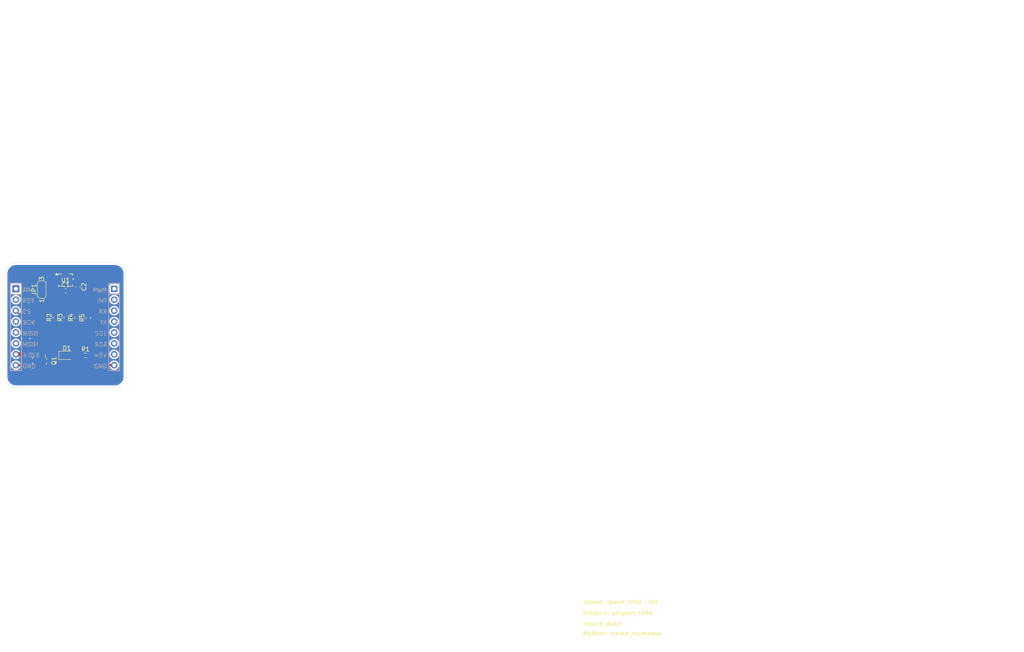
<source format=kicad_pcb>
(kicad_pcb (version 20241229) (generator "pcbnew") (generator_version "9.0")
  (title_block (title "insert_sheet_title") (date "insert_date") (rev "0") (company "University of Cape Town") (comment 1 "Project: project_title") (comment 2 "Author: name_surname"))
  (layers (0 "F.Cu" signal) (2 "B.Cu" signal) (13 "F.Paste" user) (15 "B.Paste" user) (5 "F.SilkS" user "F.Silkscreen") (7 "B.SilkS" user "B.Silkscreen") (1 "F.Mask" user) (3 "B.Mask" user) (25 "Edge.Cuts" user))
  (net 0 "")
  (net 1 "GND1")
  (net 2 "+3V3")
  (net 3 "Net-(D1-A)")
  (net 4 "/SA0")
  (net 5 "/IMU_EN")
  (net 6 "GND")
  (net 7 "/INT_2")
  (net 8 "/INT_1")
  (net 9 "/I2CS_SDA")
  (net 11 "/I2CS_SCL")
  (footprint "Jumper:SolderJumper-3_P1.3mm_Open_RoundedPad1.0x1.5mm_NumberLabels" (layer "F.Cu") (at 128.4752 77.21 90)
    (property "Reference" "JP1" (at 0 -1.8 90) (layer "F.SilkS"))
    (property "Value" "SolderJumper_3_Open" (hide yes))
    (fp_line (start -1.4 -1) (end 1.4 -1) (stroke (width 0.12)) (layer "F.SilkS"))
    (fp_line (start 2.05 -0.3) (end 2.05 0.3) (stroke (width 0.12)) (layer "F.SilkS"))
    (fp_line (start -2.05 0.3) (end -2.05 -0.3) (stroke (width 0.12)) (layer "F.SilkS"))
    (fp_line (start 1.4 1) (end -1.4 1) (stroke (width 0.12)) (layer "F.SilkS"))
    (fp_arc (start 1.35 -1) (mid 1.844975 -0.794975) (end 2.05 -0.3) (stroke (width 0.12)) (layer "F.SilkS"))
    (fp_arc (start -2.05 -0.3) (mid -1.844975 -0.794975) (end -1.35 -1) (stroke (width 0.12)) (layer "F.SilkS"))
    (fp_arc (start 2.05 0.3) (mid 1.844975 0.794975) (end 1.35 1) (stroke (width 0.12)) (layer "F.SilkS"))
    (fp_arc (start -1.35 1) (mid -1.844975 0.794975) (end -2.05 0.3) (stroke (width 0.12)) (layer "F.SilkS"))
    (fp_text user "1" (at -2.6 0 90) (layer "F.SilkS"))
    (fp_text user "3" (at 2.6 0 90) (layer "F.SilkS"))
    (pad "1" smd custom (at -1.3 0 90) (size 1 0.5) (layers "F.Cu" "F.Mask") (net 2 "+3V3") (options (clearance outline) (anchor rect)) (primitives (gr_circle (center 0 0.25) (end 0.5 0.25) (width 0) (fill yes)) (gr_circle (center 0 -0.25) (end 0.5 -0.25) (width 0) (fill yes)) (gr_poly (pts (xy 0.55 0.75) (xy 0 0.75) (xy 0 -0.75) (xy 0.55 -0.75)) (width 0) (fill yes))))
    (pad "2" smd rect (at 0 0 90) (size 1 1.5) (layers "F.Cu" "F.Mask") (net 4 "/SA0"))
    (pad "3" smd custom (at 1.3 0 90) (size 1 0.5) (layers "F.Cu" "F.Mask") (net 1 "GND1") (options (clearance outline) (anchor rect)) (primitives (gr_circle (center 0 0.25) (end 0.5 0.25) (width 0) (fill yes)) (gr_circle (center 0 -0.25) (end 0.5 -0.25) (width 0) (fill yes)) (gr_poly (pts (xy 0 0.75) (xy -0.55 0.75) (xy -0.55 -0.75) (xy 0 -0.75)) (width 0) (fill yes))))
  )
  (footprint "Resistor_SMD:R_0603_1608Metric_Pad0.98x0.95mm_HandSolder" (layer "F.Cu") (at 136.6852 83.7225 90)
    (property "Reference" "R4" (at 0 -1.43 90) (layer "F.SilkS"))
    (property "Value" "10k")
    (fp_line (start -0.254724 -0.5225) (end 0.254724 -0.5225) (stroke (width 0.12)) (layer "F.SilkS"))
    (fp_line (start -0.254724 0.5225) (end 0.254724 0.5225) (stroke (width 0.12)) (layer "F.SilkS"))
    (pad "1" smd roundrect (at -0.9125 0 90) (size 0.975 0.95) (layers "F.Cu" "F.Mask" "F.Paste") (net 2 "+3V3"))
    (pad "2" smd roundrect (at 0.9125 0 90) (size 0.975 0.95) (layers "F.Cu" "F.Mask" "F.Paste") (net 9 "/I2CS_SDA"))
  )
  (footprint "Resistor_SMD:R_0603_1608Metric_Pad0.98x0.95mm_HandSolder" (layer "F.Cu") (at 131.6652 83.7225 90)
    (property "Reference" "R2" (at 0 -1.43 90) (layer "F.SilkS"))
    (property "Value" "10k")
    (fp_line (start -0.254724 -0.5225) (end 0.254724 -0.5225) (stroke (width 0.12)) (layer "F.SilkS"))
    (fp_line (start -0.254724 0.5225) (end 0.254724 0.5225) (stroke (width 0.12)) (layer "F.SilkS"))
    (pad "1" smd roundrect (at -0.9125 0 90) (size 0.975 0.95) (layers "F.Cu" "F.Mask" "F.Paste") (net 2 "+3V3"))
    (pad "2" smd roundrect (at 0.9125 0 90) (size 0.975 0.95) (layers "F.Cu" "F.Mask" "F.Paste") (net 7 "/INT_2"))
  )
  (footprint "LSM6DSV:LGA14-L_2P59X3P1X0P5_STM" (layer "F.Cu") (at 134 75)
    (property "Reference" "U1" (at 0 0 0) (layer "F.SilkS"))
    (property "Value" "LSM6DSV" (hide yes))
    (fp_line (start -1.6764 -1.4224) (end -1.6764 -1.144182) (stroke (width 0.1524)) (layer "F.SilkS"))
    (fp_line (start -1.6764 1.144182) (end -1.6764 1.4224) (stroke (width 0.1524)) (layer "F.SilkS"))
    (fp_line (start -1.6764 1.4224) (end -0.89418 1.4224) (stroke (width 0.1524)) (layer "F.SilkS"))
    (fp_line (start -0.89418 -1.4224) (end -1.6764 -1.4224) (stroke (width 0.1524)) (layer "F.SilkS"))
    (fp_line (start 0.89418 1.4224) (end 1.6764 1.4224) (stroke (width 0.1524)) (layer "F.SilkS"))
    (fp_line (start 1.6764 -1.4224) (end 0.89418 -1.4224) (stroke (width 0.1524)) (layer "F.SilkS"))
    (fp_line (start 1.6764 -1.144182) (end 1.6764 -1.4224) (stroke (width 0.1524)) (layer "F.SilkS"))
    (fp_line (start 1.6764 1.4224) (end 1.6764 1.144182) (stroke (width 0.1524)) (layer "F.SilkS"))
    (fp_poly (pts (xy 1.9558 -0.4405) (xy 1.9558 -0.059499) (xy 1.7018 -0.059499) (xy 1.7018 -0.4405)) (fill yes) (layer "F.SilkS"))
    (fp_text user "*" (at -2.0828 -1 0) (layer "F.SilkS"))
    (fp_text user "*" (at -2.0828 -1 0) (layer "F.SilkS"))
    (pad "1" smd rect (at -1.1811 -0.750001 90) (size 0.3048 0.5334) (layers "F.Cu" "F.Mask" "F.Paste") (net 4 "/SA0"))
    (pad "2" smd rect (at -1.1811 -0.25 90) (size 0.3048 0.5334) (layers "F.Cu" "F.Mask" "F.Paste") (net 1 "GND1"))
    (pad "3" smd rect (at -1.1811 0.25 90) (size 0.3048 0.5334) (layers "F.Cu" "F.Mask" "F.Paste") (net 1 "GND1"))
    (pad "4" smd rect (at -1.1811 0.750001 90) (size 0.3048 0.5334) (layers "F.Cu" "F.Mask" "F.Paste") (net 7 "/INT_2"))
    (pad "5" smd rect (at -0.499999 0.9271) (size 0.3048 0.5334) (layers "F.Cu" "F.Mask" "F.Paste") (net 2 "+3V3"))
    (pad "6" smd rect (at 0 0.9271) (size 0.3048 0.5334) (layers "F.Cu" "F.Mask" "F.Paste") (net 1 "GND1"))
    (pad "7" smd rect (at 0.499999 0.9271) (size 0.3048 0.5334) (layers "F.Cu" "F.Mask" "F.Paste") (net 1 "GND1"))
    (pad "8" smd rect (at 1.1811 0.750001 90) (size 0.3048 0.5334) (layers "F.Cu" "F.Mask" "F.Paste") (net 2 "+3V3"))
    (pad "9" smd rect (at 1.1811 0.25 90) (size 0.3048 0.5334) (layers "F.Cu" "F.Mask" "F.Paste") (net 8 "/INT_1"))
    (pad "10" smd rect (at 1.1811 -0.25 90) (size 0.3048 0.5334) (layers "F.Cu" "F.Mask" "F.Paste"))
    (pad "11" smd rect (at 1.1811 -0.750001 90) (size 0.3048 0.5334) (layers "F.Cu" "F.Mask" "F.Paste"))
    (pad "12" smd rect (at 0.499999 -0.9271) (size 0.3048 0.5334) (layers "F.Cu" "F.Mask" "F.Paste") (net 2 "+3V3"))
    (pad "13" smd rect (at 0 -0.9271) (size 0.3048 0.5334) (layers "F.Cu" "F.Mask" "F.Paste") (net 11 "/I2CS_SCL"))
    (pad "14" smd rect (at -0.499999 -0.9271) (size 0.3048 0.5334) (layers "F.Cu" "F.Mask" "F.Paste") (net 9 "/I2CS_SDA"))
  )
  (footprint "Capacitor_SMD:C_0603_1608Metric_Pad1.08x0.95mm_HandSolder" (layer "F.Cu") (at 136.8752 76.5725 -90)
    (property "Reference" "C2" (at 0 -1.43 90) (layer "F.SilkS"))
    (property "Value" "100nF" (hide yes))
    (fp_line (start -0.146267 0.51) (end 0.146267 0.51) (stroke (width 0.12)) (layer "F.SilkS"))
    (fp_line (start -0.146267 -0.51) (end 0.146267 -0.51) (stroke (width 0.12)) (layer "F.SilkS"))
    (pad "1" smd roundrect (at -0.8625 0 270) (size 1.075 0.95) (layers "F.Cu" "F.Mask" "F.Paste") (net 2 "+3V3"))
    (pad "2" smd roundrect (at 0.8625 0 270) (size 1.075 0.95) (layers "F.Cu" "F.Mask" "F.Paste") (net 1 "GND1"))
  )
  (footprint "digikey-footprints:SOT-23-3" (layer "F.Cu") (at 127.9752 93.76 -90)
    (property "Reference" "Q1" (at 0.025 -3.375 90) (layer "F.SilkS"))
    (property "Value" "NMOS")
    (fp_line (start -0.825 1.65) (end -0.825 1.3) (stroke (width 0.1)) (layer "F.SilkS"))
    (fp_line (start -0.35 1.65) (end -0.825 1.65) (stroke (width 0.1)) (layer "F.SilkS"))
    (fp_line (start 0.825 1.65) (end 0.375 1.65) (stroke (width 0.1)) (layer "F.SilkS"))
    (fp_line (start 0.825 1.425) (end 0.825 1.3) (stroke (width 0.1)) (layer "F.SilkS"))
    (fp_line (start 0.825 1.35) (end 0.825 1.65) (stroke (width 0.1)) (layer "F.SilkS"))
    (fp_line (start -0.825 -1.325) (end -1.6 -1.325) (stroke (width 0.1)) (layer "F.SilkS"))
    (fp_line (start -0.825 -1.375) (end -0.825 -1.325) (stroke (width 0.1)) (layer "F.SilkS"))
    (fp_line (start -0.45 -1.65) (end -0.825 -1.375) (stroke (width 0.1)) (layer "F.SilkS"))
    (fp_line (start -0.175 -1.65) (end -0.45 -1.65) (stroke (width 0.1)) (layer "F.SilkS"))
    (fp_line (start 0.45 -1.65) (end 0.825 -1.65) (stroke (width 0.1)) (layer "F.SilkS"))
    (fp_line (start 0.825 -1.65) (end 0.825 -1.35) (stroke (width 0.1)) (layer "F.SilkS"))
    (pad "1" smd rect (at -1.05 -0.95 270) (size 1.3 0.6) (layers "F.Cu" "F.Mask" "F.Paste") (net 1 "GND1"))
    (pad "2" smd rect (at -1.05 0.95 270) (size 1.3 0.6) (layers "F.Cu" "F.Mask" "F.Paste") (net 5 "/IMU_EN"))
    (pad "3" smd rect (at 1.05 0 270) (size 1.3 0.6) (layers "F.Cu" "F.Mask" "F.Paste") (net 6 "GND"))
  )
  (footprint "Resistor_SMD:R_0603_1608Metric_Pad0.98x0.95mm_HandSolder" (layer "F.Cu") (at 134.1752 83.7225 90)
    (property "Reference" "R3" (at 0 -1.43 90) (layer "F.SilkS"))
    (property "Value" "10k")
    (fp_line (start -0.254724 -0.5225) (end 0.254724 -0.5225) (stroke (width 0.12)) (layer "F.SilkS"))
    (fp_line (start -0.254724 0.5225) (end 0.254724 0.5225) (stroke (width 0.12)) (layer "F.SilkS"))
    (pad "1" smd roundrect (at -0.9125 0 90) (size 0.975 0.95) (layers "F.Cu" "F.Mask" "F.Paste") (net 2 "+3V3"))
    (pad "2" smd roundrect (at 0.9125 0 90) (size 0.975 0.95) (layers "F.Cu" "F.Mask" "F.Paste") (net 8 "/INT_1"))
  )
  (footprint "LED_SMD:LED_0805_2012Metric_Pad1.15x1.40mm_HandSolder" (layer "F.Cu") (at 134.3002 92.51)
    (property "Reference" "D1" (at 0 -1.65 0) (layer "F.SilkS"))
    (property "Value" "LED")
    (fp_line (start -1.86 -0.96) (end -1.86 0.96) (stroke (width 0.12)) (layer "F.SilkS"))
    (fp_line (start -1.86 0.96) (end 1 0.96) (stroke (width 0.12)) (layer "F.SilkS"))
    (fp_line (start 1 -0.96) (end -1.86 -0.96) (stroke (width 0.12)) (layer "F.SilkS"))
    (pad "1" smd roundrect (at -1.025 0) (size 1.15 1.4) (layers "F.Cu" "F.Mask" "F.Paste") (roundrect_rratio 0.217391) (net 1 "GND1"))
    (pad "2" smd roundrect (at 1.025 0) (size 1.15 1.4) (layers "F.Cu" "F.Mask" "F.Paste") (roundrect_rratio 0.217391) (net 3 "Net-(D1-A)"))
  )
  (footprint "mikroBUS:MIKROBUS_HOST_CONN" (layer "F.Cu") (at 122.4752 77.03)
    (property "Reference" "U2" (hide yes))
    (property "Value" "~" (hide yes))
    (fp_line (start -1.27 -1.27) (end -1.27 1.27) (stroke (width 0.127)) (layer "F.SilkS"))
    (fp_line (start -1.27 1.27) (end -1.27 19.05) (stroke (width 0.127)) (layer "F.SilkS"))
    (fp_line (start -1.27 1.27) (end 1.27 1.27) (stroke (width 0.127)) (layer "F.SilkS"))
    (fp_line (start -1.27 19.05) (end 1.27 19.05) (stroke (width 0.127)) (layer "F.SilkS"))
    (fp_line (start 1.27 -1.27) (end -1.27 -1.27) (stroke (width 0.127)) (layer "F.SilkS"))
    (fp_line (start 1.27 1.27) (end 1.27 -1.27) (stroke (width 0.127)) (layer "F.SilkS"))
    (fp_line (start 1.27 19.05) (end 1.27 1.27) (stroke (width 0.127)) (layer "F.SilkS"))
    (fp_line (start 21.59 -1.27) (end 21.59 1.27) (stroke (width 0.127)) (layer "F.SilkS"))
    (fp_line (start 21.59 -1.27) (end 24.13 -1.27) (stroke (width 0.127)) (layer "F.SilkS"))
    (fp_line (start 21.59 1.27) (end 21.59 19.05) (stroke (width 0.127)) (layer "F.SilkS"))
    (fp_line (start 21.59 1.27) (end 24.13 1.27) (stroke (width 0.127)) (layer "F.SilkS"))
    (fp_line (start 21.59 19.05) (end 24.13 19.05) (stroke (width 0.127)) (layer "F.SilkS"))
    (fp_line (start 24.13 -1.27) (end 24.13 19.05) (stroke (width 0.127)) (layer "F.SilkS"))
    (fp_line (start -1.27 -1.27) (end -1.27 1.27) (stroke (width 0.127)) (layer "B.SilkS"))
    (fp_line (start -1.27 1.27) (end -1.27 19.05) (stroke (width 0.127)) (layer "B.SilkS"))
    (fp_line (start -1.27 1.27) (end 1.27 1.27) (stroke (width 0.127)) (layer "B.SilkS"))
    (fp_line (start -1.27 19.05) (end 1.27 19.05) (stroke (width 0.127)) (layer "B.SilkS"))
    (fp_line (start 1.27 -1.27) (end -1.27 -1.27) (stroke (width 0.127)) (layer "B.SilkS"))
    (fp_line (start 1.27 1.27) (end 1.27 -1.27) (stroke (width 0.127)) (layer "B.SilkS"))
    (fp_line (start 1.27 19.05) (end 1.27 1.27) (stroke (width 0.127)) (layer "B.SilkS"))
    (fp_line (start 21.59 -1.27) (end 21.59 1.27) (stroke (width 0.127)) (layer "B.SilkS"))
    (fp_line (start 21.59 -1.27) (end 24.13 -1.27) (stroke (width 0.127)) (layer "B.SilkS"))
    (fp_line (start 21.59 1.27) (end 21.59 19.05) (stroke (width 0.127)) (layer "B.SilkS"))
    (fp_line (start 21.59 1.27) (end 24.13 1.27) (stroke (width 0.127)) (layer "B.SilkS"))
    (fp_line (start 21.59 19.05) (end 24.13 19.05) (stroke (width 0.127)) (layer "B.SilkS"))
    (fp_line (start 24.13 -1.27) (end 24.13 19.05) (stroke (width 0.127)) (layer "B.SilkS"))
    (fp_text user "RX" (at 20.1642 5.315 0) (layer "F.SilkS") (effects (font (thickness 0.05))))
    (fp_text user "MISO" (at 3.349524 10.395 0) (layer "F.SilkS") (effects (font (thickness 0.05))))
    (fp_text user "SDA" (at 19.735629 12.935 0) (layer "F.SilkS") (effects (font (thickness 0.05))))
    (fp_text user "RST" (at 2.897143 2.775 0) (layer "F.SilkS") (effects (font (thickness 0.05))))
    (fp_text user "TX" (at 20.283248 7.855 0) (layer "F.SilkS") (effects (font (thickness 0.05))))
    (fp_text user "+5V" (at 19.616581 15.475 0) (layer "F.SilkS") (effects (font (thickness 0.05))))
    (fp_text user "CS" (at 2.51619 5.315 0) (layer "F.SilkS") (effects (font (thickness 0.05))))
    (fp_text user "SCK" (at 3.01619 7.855 0) (layer "F.SilkS") (effects (font (thickness 0.05))))
    (fp_text user "GND" (at 3.063809 18.015 0) (layer "F.SilkS") (effects (font (thickness 0.05))))
    (fp_text user "INT" (at 19.997534 2.775 0) (layer "F.SilkS") (effects (font (thickness 0.05))))
    (fp_text user "AN" (at 2.492381 0.235 0) (layer "F.SilkS") (effects (font (thickness 0.05))))
    (fp_text user "MOSI" (at 3.349524 12.935 0) (layer "F.SilkS") (effects (font (thickness 0.05))))
    (fp_text user "SCL" (at 19.759438 10.395 0) (layer "F.SilkS") (effects (font (thickness 0.05))))
    (fp_text user "PWM" (at 19.497534 0.362 0) (layer "F.SilkS") (effects (font (thickness 0.05))))
    (fp_text user "GND" (at 19.616581 18.015 0) (layer "F.SilkS") (effects (font (thickness 0.05))))
    (fp_text user "+3V3" (at 3.54 15.475 0) (layer "F.SilkS") (effects (font (thickness 0.05))))
    (fp_text user "SCK" (at 3.072 7.855 0) (layer "B.SilkS") (effects (font (thickness 0.05)) (justify mirror)))
    (fp_text user "+3V3" (at 3.59581 15.4496 0) (layer "B.SilkS") (effects (font (thickness 0.05)) (justify mirror)))
    (fp_text user "TX" (at 20.410514 7.855 0) (layer "B.SilkS") (effects (font (thickness 0.05)) (justify mirror)))
    (fp_text user "GND" (at 19.743847 18.015 0) (layer "B.SilkS") (effects (font (thickness 0.05)) (justify mirror)))
    (fp_text user "INT" (at 20.1248 2.775 0) (layer "B.SilkS") (effects (font (thickness 0.05)) (justify mirror)))
    (fp_text user "SDA" (at 19.862895 12.935 0) (layer "B.SilkS") (effects (font (thickness 0.05)) (justify mirror)))
    (fp_text user "SCL" (at 19.886704 10.395 0) (layer "B.SilkS") (effects (font (thickness 0.05)) (justify mirror)))
    (fp_text user "AN" (at 2.548191 0.235 0) (layer "B.SilkS") (effects (font (thickness 0.05)) (justify mirror)))
    (fp_text user "PWM" (at 19.6248 0.362 0) (layer "B.SilkS") (effects (font (thickness 0.05)) (justify mirror)))
    (fp_text user "CS" (at 2.572 5.2896 0) (layer "B.SilkS") (effects (font (thickness 0.05)) (justify mirror)))
    (fp_text user "GND" (at 3.119619 18.015 0) (layer "B.SilkS") (effects (font (thickness 0.05)) (justify mirror)))
    (fp_text user "RX" (at 20.291466 5.315 0) (layer "B.SilkS") (effects (font (thickness 0.05)) (justify mirror)))
    (fp_text user "MOSI" (at 3.405334 12.935 0) (layer "B.SilkS") (effects (font (thickness 0.05)) (justify mirror)))
    (fp_text user "+5V" (at 19.743847 15.475 0) (layer "B.SilkS") (effects (font (thickness 0.05)) (justify mirror)))
    (fp_text user "RST" (at 2.952953 2.775 0) (layer "B.SilkS") (effects (font (thickness 0.05)) (justify mirror)))
    (fp_text user "MISO" (at 3.405334 10.3696 0) (layer "B.SilkS") (effects (font (thickness 0.05)) (justify mirror)))
    (pad "P1" thru_hole rect (at 0 0) (size 1.6764 1.6764) (drill 0.889) (layers "*.Cu" "*.Mask"))
    (pad "P2" thru_hole circle (at 0 2.54) (size 1.524 1.524) (drill 0.889) (layers "*.Cu" "*.Mask"))
    (pad "P3" thru_hole circle (at 0 5.08) (size 1.524 1.524) (drill 0.889) (layers "*.Cu" "*.Mask") (net 5 "/IMU_EN"))
    (pad "P4" thru_hole circle (at 0 7.62) (size 1.524 1.524) (drill 0.889) (layers "*.Cu" "*.Mask"))
    (pad "P5" thru_hole circle (at 0 10.16) (size 1.524 1.524) (drill 0.889) (layers "*.Cu" "*.Mask"))
    (pad "P6" thru_hole circle (at 0 12.7) (size 1.524 1.524) (drill 0.889) (layers "*.Cu" "*.Mask"))
    (pad "P7" thru_hole circle (at 0 15.24) (size 1.524 1.524) (drill 0.889) (layers "*.Cu" "*.Mask") (net 2 "+3V3"))
    (pad "P8" thru_hole circle (at 0 17.78) (size 1.524 1.524) (drill 0.889) (layers "*.Cu" "*.Mask") (net 6 "GND"))
    (pad "P9" thru_hole circle (at 22.86 17.78) (size 1.524 1.524) (drill 0.889) (layers "*.Cu" "*.Mask") (net 6 "GND"))
    (pad "P10" thru_hole circle (at 22.86 15.24) (size 1.524 1.524) (drill 0.889) (layers "*.Cu" "*.Mask"))
    (pad "P11" thru_hole circle (at 22.86 12.7) (size 1.524 1.524) (drill 0.889) (layers "*.Cu" "*.Mask") (net 9 "/I2CS_SDA"))
    (pad "P12" thru_hole circle (at 22.86 10.16) (size 1.524 1.524) (drill 0.889) (layers "*.Cu" "*.Mask") (net 11 "/I2CS_SCL"))
    (pad "P13" thru_hole circle (at 22.86 7.62) (size 1.524 1.524) (drill 0.889) (layers "*.Cu" "*.Mask"))
    (pad "P14" thru_hole circle (at 22.86 5.08) (size 1.524 1.524) (drill 0.889) (layers "*.Cu" "*.Mask"))
    (pad "P15" thru_hole circle (at 22.86 2.54) (size 1.524 1.524) (drill 0.889) (layers "*.Cu" "*.Mask") (net 8 "/INT_1"))
    (pad "P16" thru_hole rect (at 22.86 0) (size 1.524 1.524) (drill 0.889) (layers "*.Cu" "*.Mask") (net 7 "/INT_2"))
  )
  (footprint "Resistor_SMD:R_0603_1608Metric_Pad0.98x0.95mm_HandSolder" (layer "F.Cu") (at 138.6627 92.51)
    (property "Reference" "R1" (at 0 -1.43 0) (layer "F.SilkS"))
    (property "Value" "R")
    (fp_line (start -0.254724 -0.5225) (end 0.254724 -0.5225) (stroke (width 0.12)) (layer "F.SilkS"))
    (fp_line (start -0.254724 0.5225) (end 0.254724 0.5225) (stroke (width 0.12)) (layer "F.SilkS"))
    (pad "1" smd roundrect (at -0.9125 0) (size 0.975 0.95) (layers "F.Cu" "F.Mask" "F.Paste") (net 2 "+3V3"))
    (pad "2" smd roundrect (at 0.9125 0) (size 0.975 0.95) (layers "F.Cu" "F.Mask" "F.Paste") (net 3 "Net-(D1-A)"))
  )
  (footprint "Resistor_SMD:R_0603_1608Metric_Pad0.98x0.95mm_HandSolder" (layer "F.Cu") (at 139.2852 83.7975 90)
    (property "Reference" "R5" (at 0 -1.43 90) (layer "F.SilkS"))
    (property "Value" "10k")
    (fp_line (start -0.254724 -0.5225) (end 0.254724 -0.5225) (stroke (width 0.12)) (layer "F.SilkS"))
    (fp_line (start -0.254724 0.5225) (end 0.254724 0.5225) (stroke (width 0.12)) (layer "F.SilkS"))
    (pad "1" smd roundrect (at -0.9125 0 90) (size 0.975 0.95) (layers "F.Cu" "F.Mask" "F.Paste") (net 2 "+3V3"))
    (pad "2" smd roundrect (at 0.9125 0 90) (size 0.975 0.95) (layers "F.Cu" "F.Mask" "F.Paste") (net 9 "/I2CS_SDA"))
  )
  (footprint "Capacitor_SMD:C_0603_1608Metric_Pad1.08x0.95mm_HandSolder" (layer "F.Cu") (at 134.0377 77.51)
    (property "Reference" "C1" (at 0 -1.43 0) (layer "F.SilkS"))
    (property "Value" "100nF" (hide yes))
    (fp_line (start -0.146267 -0.51) (end 0.146267 -0.51) (stroke (width 0.12)) (layer "F.SilkS"))
    (fp_line (start -0.146267 0.51) (end 0.146267 0.51) (stroke (width 0.12)) (layer "F.SilkS"))
    (pad "1" smd roundrect (at -0.8625 0) (size 1.075 0.95) (layers "F.Cu" "F.Mask" "F.Paste") (net 2 "+3V3"))
    (pad "2" smd roundrect (at 0.8625 0) (size 1.075 0.95) (layers "F.Cu" "F.Mask" "F.Paste") (net 1 "GND1"))
  )
  (gr_arc (start 120 73.5) (mid 120.732233 71.732233) (end 122.5 71) (stroke (width 0.05)) (layer "Edge.Cuts"))
  (gr_line (start 148 97.5) (end 148 73.51) (stroke (width 0.05)) (layer "Edge.Cuts"))
  (gr_line (start 122.5 100) (end 145.5 100) (stroke (width 0.05)) (layer "Edge.Cuts"))
  (gr_arc (start 145.5 71) (mid 147.267767 71.732233) (end 148 73.5) (stroke (width 0.05)) (layer "Edge.Cuts"))
  (gr_line (start 145.5 71) (end 122.5 71) (stroke (width 0.05)) (layer "Edge.Cuts"))
  (gr_arc (start 122.5 100) (mid 120.732233 99.267767) (end 120 97.5) (stroke (width 0.05)) (layer "Edge.Cuts"))
  (gr_line (start 120 73.5) (end 120 97.5) (stroke (width 0.05)) (layer "Edge.Cuts"))
  (gr_arc (start 148 97.5) (mid 147.267767 99.267767) (end 145.5 100) (stroke (width 0.05)) (layer "Edge.Cuts"))
  (gr_text "${COMMENT2}" (at 254.2752 157.81 0) (layer "F.SilkS") (effects (font (size 1 1) (thickness 0.2) (bold yes)) (justify left bottom)))
  (gr_text "${COMMENT1}" (at 254.35 152.5 0) (layer "F.SilkS") (effects (font (size 1 1) (thickness 0.15) (bold yes)) (justify left)))
  (gr_text "${ISSUE_DATE}" (at 254.388556 155.6 0) (layer "F.SilkS") (effects (font (size 1 1) (thickness 0.2) (bold yes)) (justify left bottom)))
  (gr_text "${TITLE} - V${REVISION}" (at 254.388556 149.95 -0) (layer "F.SilkS") (effects (font (size 1 1) (thickness 0.2) (bold yes)) (justify left)))
  (segment (start 134.7252 76.56) (end 134.2252 76.56) (width 0.3) (layer "F.Cu") (net 1))
  (segment (start 134.2252 76.56) (end 134.003401 76.338201) (width 0.3) (layer "F.Cu") (net 1))
  (segment (start 134.003401 76.338201) (end 134.003401 75.9271) (width 0.3) (layer "F.Cu") (net 1))
  (segment (start 134.9002 77.51) (end 134.9002 76.735) (width 0.3) (layer "F.Cu") (net 1))
  (segment (start 134.9002 76.735) (end 134.7252 76.56) (width 0.3) (layer "F.Cu") (net 1))
  (segment (start 134.499999 76.334799) (end 134.499999 75.9271) (width 0.3) (layer "F.Cu") (net 1))
  (segment (start 134.7252 76.56) (end 134.499999 76.334799) (width 0.3) (layer "F.Cu") (net 1))
  (segment (start 133.4966 76.5886) (end 133.4966 75.9271) (width 0.3) (layer "F.Cu") (net 2))
  (segment (start 124.7752 77.01) (end 124.7752 75.01) (width 1) (layer "F.Cu") (net 2))
  (segment (start 136.8318 75.7534) (end 135.1811 75.7534) (width 0.3) (layer "F.Cu") (net 2))
  (segment (start 133.1752 76.91) (end 133.4966 76.5886) (width 0.3) (layer "F.Cu") (net 2))
  (segment (start 124.0152 92.27) (end 124.7752 91.51) (width 1) (layer "F.Cu") (net 2))
  (segment (start 122.4752 92.27) (end 124.0152 92.27) (width 1) (layer "F.Cu") (net 2))
  (segment (start 124.7752 75.01) (end 127.2752 72.51) (width 1) (layer "F.Cu") (net 2))
  (segment (start 127.2752 72.51) (end 136.2752 72.51) (width 1) (layer "F.Cu") (net 2))
  (segment (start 124.7752 91.51) (end 124.7752 77.01) (width 1) (layer "F.Cu") (net 2))
  (segment (start 136.8752 75.71) (end 136.8318 75.7534) (width 0.3) (layer "F.Cu") (net 2))
  (segment (start 133.1752 77.51) (end 133.1752 76.91) (width 0.3) (layer "F.Cu") (net 2))
  (segment (start 123.7752 88.61) (end 123.7752 83.41) (width 0.3) (layer "F.Cu") (net 5))
  (segment (start 127.0252 89.26) (end 127.0252 92.71) (width 0.3) (layer "F.Cu") (net 5))
  (segment (start 125.7752 88.61) (end 126.3752 88.61) (width 0.3) (layer "F.Cu") (net 5))
  (segment (start 123.7752 83.41) (end 122.4752 82.11) (width 0.3) (layer "F.Cu") (net 5))
  (segment (start 126.3752 88.61) (end 127.0252 89.26) (width 0.3) (layer "F.Cu") (net 5))
  (via (at 123.7752 88.61) (size 0.6) (drill 0.3) (layers "F.Cu" "B.Cu") (net 5))
  (via (at 125.7752 88.61) (size 0.6) (drill 0.3) (layers "F.Cu" "B.Cu") (net 5))
  (segment (start 123.7752 88.61) (end 125.7752 88.61) (width 0.3) (layer "B.Cu") (net 5))
  (segment (start 122.4752 94.81) (end 127.9752 94.81) (width 0.5) (layer "F.Cu") (net 6))
  (segment (start 145.3352 94.81) (end 127.9752 94.81) (width 0.5) (layer "F.Cu") (net 6))
  (zone (net 1) (net_name "GND1") (layer "B.Cu") (connect_pads (clearance 0.35)) (min_thickness 0.25) (fill yes (thermal_gap 0.5) (thermal_bridge_width 0.5))
    (polygon (pts (xy 148.7752 101.51) (xy 148.7752 69.51) (xy 118.7752 69.51) (xy 118.7752 101.51)))
  )
)
</source>
